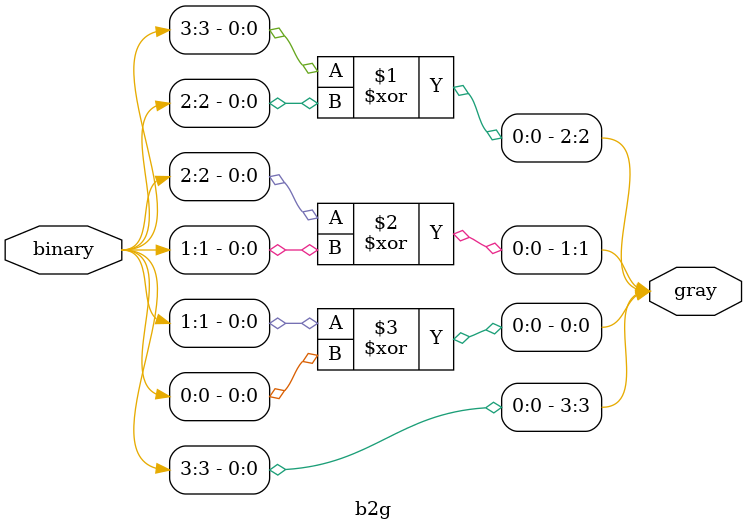
<source format=v>
module b2g(binary,gray);
input [3:0] binary;
output [3:0]gray;

assign gray[3] = binary[3];   //// MSB remains the same
assign gray[2] = binary[3] ^ binary[2]; // G2 = B3 XOR B2
assign gray[1] = binary[2] ^ binary[1]; // G1 = B3 XOR B1
assign gray[0] = binary[1] ^ binary[0];	// G0 = B3 XOR B0
endmodule

</source>
